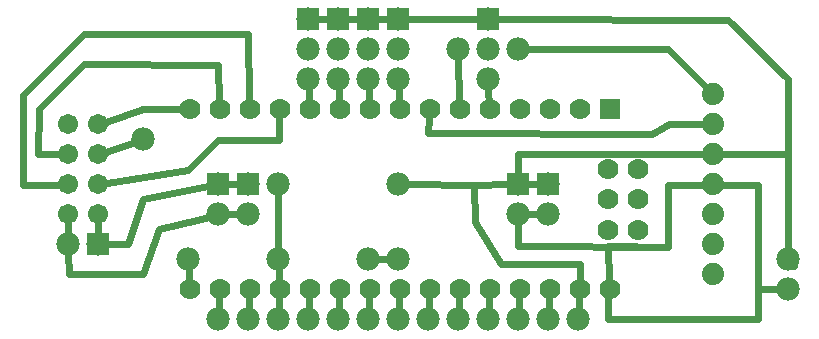
<source format=gbl>
G04 MADE WITH FRITZING*
G04 WWW.FRITZING.ORG*
G04 DOUBLE SIDED*
G04 HOLES PLATED*
G04 CONTOUR ON CENTER OF CONTOUR VECTOR*
%ASAXBY*%
%FSLAX23Y23*%
%MOIN*%
%OFA0B0*%
%SFA1.0B1.0*%
%ADD10C,0.078000*%
%ADD11C,0.070000*%
%ADD12C,0.067278*%
%ADD13C,0.074000*%
%ADD14R,0.070000X0.069958*%
%ADD15R,0.078000X0.078000*%
%ADD16C,0.024000*%
%LNCOPPER0*%
G90*
G70*
G54D10*
X1744Y987D03*
X945Y537D03*
X1245Y287D03*
X1345Y287D03*
X1345Y537D03*
X945Y287D03*
X644Y287D03*
X494Y687D03*
X1544Y987D03*
X745Y87D03*
X845Y87D03*
X945Y87D03*
X1045Y87D03*
X1145Y87D03*
X1245Y87D03*
X1345Y87D03*
X1445Y87D03*
X1545Y87D03*
X1645Y87D03*
X1745Y87D03*
X1845Y87D03*
X1945Y87D03*
X745Y87D03*
X845Y87D03*
X945Y87D03*
X1045Y87D03*
X1145Y87D03*
X1245Y87D03*
X1345Y87D03*
X1445Y87D03*
X1545Y87D03*
X1645Y87D03*
X1745Y87D03*
X1845Y87D03*
X1945Y87D03*
X2644Y287D03*
X2644Y187D03*
X2644Y287D03*
X2644Y187D03*
G54D11*
X2049Y787D03*
X1949Y787D03*
X1849Y787D03*
X1749Y787D03*
X1649Y787D03*
X1549Y787D03*
X1449Y787D03*
X1349Y787D03*
X1249Y787D03*
X1149Y787D03*
X1049Y787D03*
X949Y787D03*
X849Y787D03*
X749Y787D03*
X649Y787D03*
X2049Y187D03*
X1949Y187D03*
X1849Y187D03*
X1749Y187D03*
X1649Y187D03*
X1549Y187D03*
X1449Y187D03*
X1349Y187D03*
X1249Y187D03*
X1149Y187D03*
X1049Y187D03*
X949Y187D03*
X849Y187D03*
X749Y187D03*
X649Y187D03*
X2144Y587D03*
X2044Y587D03*
X2144Y487D03*
X2044Y487D03*
X2144Y386D03*
X2044Y386D03*
G54D12*
X244Y437D03*
X244Y537D03*
X244Y637D03*
X244Y737D03*
X344Y437D03*
X344Y537D03*
X344Y637D03*
X344Y737D03*
G54D10*
X1845Y537D03*
X1845Y437D03*
X1744Y537D03*
X1744Y437D03*
X745Y537D03*
X745Y437D03*
X345Y337D03*
X245Y337D03*
X844Y537D03*
X844Y437D03*
X1044Y1087D03*
X1044Y987D03*
X1044Y887D03*
X1144Y1087D03*
X1144Y987D03*
X1144Y887D03*
X1244Y1087D03*
X1244Y987D03*
X1244Y887D03*
X1344Y1087D03*
X1344Y987D03*
X1344Y887D03*
X1644Y1087D03*
X1644Y987D03*
X1644Y887D03*
G54D13*
X2394Y237D03*
X2394Y337D03*
X2394Y437D03*
X2394Y537D03*
X2394Y637D03*
X2394Y737D03*
X2394Y837D03*
G54D14*
X2049Y787D03*
G54D15*
X1845Y537D03*
X1744Y537D03*
X745Y537D03*
X345Y337D03*
X844Y537D03*
X1044Y1087D03*
X1144Y1087D03*
X1244Y1087D03*
X1344Y1087D03*
X1644Y1087D03*
G54D16*
X1545Y957D02*
X1548Y816D01*
D02*
X2444Y1086D02*
X1675Y1087D01*
D02*
X2645Y887D02*
X2444Y1086D01*
D02*
X2645Y637D02*
X2645Y887D01*
D02*
X2645Y637D02*
X2645Y286D01*
D02*
X2645Y286D02*
X2665Y265D01*
D02*
X2426Y637D02*
X2645Y637D01*
D02*
X1375Y1087D02*
X1614Y1087D01*
D02*
X1743Y637D02*
X2363Y637D01*
D02*
X1744Y567D02*
X1743Y637D01*
D02*
X2245Y327D02*
X1743Y330D01*
D02*
X2245Y535D02*
X2245Y327D01*
D02*
X1743Y330D02*
X1744Y407D01*
D02*
X2363Y536D02*
X2245Y535D01*
D02*
X2545Y187D02*
X2645Y187D01*
D02*
X2543Y535D02*
X2545Y187D01*
D02*
X2045Y87D02*
X2045Y187D01*
D02*
X2545Y87D02*
X2045Y87D01*
D02*
X2545Y187D02*
X2545Y87D01*
D02*
X2645Y187D02*
X2545Y187D01*
D02*
X2426Y536D02*
X2543Y535D01*
D02*
X2043Y330D02*
X2048Y216D01*
D02*
X2245Y327D02*
X2043Y330D01*
D02*
X297Y938D02*
X146Y788D01*
D02*
X146Y788D02*
X145Y637D01*
D02*
X145Y637D02*
X216Y637D01*
D02*
X748Y816D02*
X744Y935D01*
D02*
X744Y935D02*
X297Y938D01*
D02*
X371Y746D02*
X494Y788D01*
D02*
X494Y788D02*
X620Y787D01*
D02*
X744Y686D02*
X946Y686D01*
D02*
X946Y686D02*
X948Y758D01*
D02*
X372Y541D02*
X645Y586D01*
D02*
X645Y586D02*
X744Y686D01*
D02*
X94Y535D02*
X95Y836D01*
D02*
X95Y836D02*
X297Y1038D01*
D02*
X297Y1038D02*
X844Y1038D01*
D02*
X216Y536D02*
X94Y535D01*
D02*
X844Y1038D02*
X848Y816D01*
D02*
X1996Y987D02*
X2245Y987D01*
D02*
X2245Y987D02*
X2373Y859D01*
D02*
X1775Y987D02*
X1996Y987D01*
D02*
X648Y216D02*
X646Y257D01*
D02*
X371Y646D02*
X466Y677D01*
D02*
X1346Y118D02*
X1348Y158D01*
D02*
X1446Y118D02*
X1448Y158D01*
D02*
X1546Y118D02*
X1548Y158D01*
D02*
X1646Y118D02*
X1648Y158D01*
D02*
X1746Y118D02*
X1748Y158D01*
D02*
X1846Y118D02*
X1848Y158D01*
D02*
X1946Y118D02*
X1948Y158D01*
D02*
X2246Y737D02*
X2190Y703D01*
D02*
X1445Y707D02*
X1448Y758D01*
D02*
X2363Y737D02*
X2246Y737D01*
D02*
X2190Y703D02*
X1445Y707D01*
D02*
X746Y118D02*
X748Y158D01*
D02*
X846Y118D02*
X848Y158D01*
D02*
X946Y118D02*
X948Y158D01*
D02*
X1046Y118D02*
X1048Y158D01*
D02*
X1146Y118D02*
X1148Y158D01*
D02*
X1246Y118D02*
X1248Y158D01*
D02*
X245Y409D02*
X245Y368D01*
D02*
X345Y409D02*
X345Y368D01*
D02*
X1596Y536D02*
X1599Y412D01*
D02*
X1599Y412D02*
X1688Y270D01*
D02*
X1688Y270D02*
X1950Y270D01*
D02*
X1950Y270D02*
X1949Y216D01*
D02*
X1714Y537D02*
X1596Y536D01*
D02*
X1815Y537D02*
X1775Y537D01*
D02*
X1815Y437D02*
X1775Y437D01*
D02*
X745Y436D02*
X546Y388D01*
D02*
X745Y538D02*
X495Y487D01*
D02*
X444Y337D02*
X375Y337D01*
D02*
X495Y487D02*
X444Y337D01*
D02*
X814Y537D02*
X745Y538D01*
D02*
X495Y237D02*
X246Y237D01*
D02*
X546Y388D02*
X495Y237D01*
D02*
X246Y237D02*
X245Y307D01*
D02*
X814Y437D02*
X745Y436D01*
D02*
X1647Y816D02*
X1645Y838D01*
D02*
X1645Y838D02*
X1645Y857D01*
D02*
X1314Y1087D02*
X1275Y1087D01*
D02*
X1214Y1087D02*
X1175Y1087D01*
D02*
X1114Y1087D02*
X1075Y1087D01*
D02*
X1346Y857D02*
X1348Y816D01*
D02*
X1246Y857D02*
X1248Y816D01*
D02*
X1146Y857D02*
X1148Y816D01*
D02*
X1046Y857D02*
X1048Y816D01*
D02*
X946Y257D02*
X948Y216D01*
D02*
X1596Y536D02*
X1375Y537D01*
D02*
X1275Y287D02*
X1315Y287D01*
D02*
X945Y318D02*
X945Y507D01*
G04 End of Copper0*
M02*
</source>
